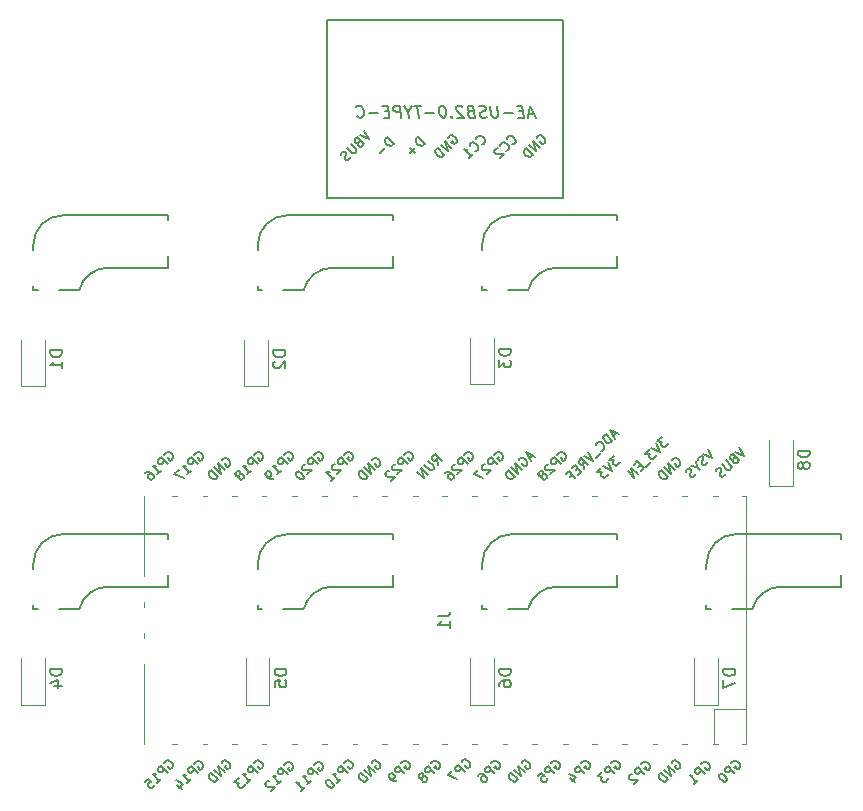
<source format=gbr>
%TF.GenerationSoftware,KiCad,Pcbnew,(6.0.0)*%
%TF.CreationDate,2022-01-03T17:45:39+09:00*%
%TF.ProjectId,MACRO-PAD,4d414352-4f2d-4504-9144-2e6b69636164,v0.2*%
%TF.SameCoordinates,Original*%
%TF.FileFunction,Legend,Bot*%
%TF.FilePolarity,Positive*%
%FSLAX46Y46*%
G04 Gerber Fmt 4.6, Leading zero omitted, Abs format (unit mm)*
G04 Created by KiCad (PCBNEW (6.0.0)) date 2022-01-03 17:45:39*
%MOMM*%
%LPD*%
G01*
G04 APERTURE LIST*
%ADD10C,0.150000*%
%ADD11C,0.200000*%
%ADD12C,0.120000*%
G04 APERTURE END LIST*
D10*
X134279154Y-72024906D02*
X134333028Y-72024906D01*
X134440778Y-71971032D01*
X134494653Y-71917157D01*
X134548528Y-71809407D01*
X134548528Y-71701658D01*
X134521590Y-71620845D01*
X134440778Y-71486158D01*
X134359966Y-71405346D01*
X134225279Y-71324534D01*
X134144467Y-71297597D01*
X134036717Y-71297597D01*
X133928967Y-71351471D01*
X133875093Y-71405346D01*
X133821218Y-71513096D01*
X133821218Y-71566971D01*
X133713468Y-72590592D02*
X133767343Y-72590592D01*
X133875093Y-72536717D01*
X133928967Y-72482842D01*
X133982842Y-72375093D01*
X133982842Y-72267343D01*
X133955905Y-72186531D01*
X133875093Y-72051844D01*
X133794280Y-71971032D01*
X133659593Y-71890219D01*
X133578781Y-71863282D01*
X133471032Y-71863282D01*
X133363282Y-71917157D01*
X133309407Y-71971032D01*
X133255532Y-72078781D01*
X133255532Y-72132656D01*
X133040033Y-72348155D02*
X132986158Y-72348155D01*
X132905346Y-72375093D01*
X132770659Y-72509780D01*
X132743722Y-72590592D01*
X132743722Y-72644467D01*
X132770659Y-72725279D01*
X132824534Y-72779154D01*
X132932284Y-72833028D01*
X133578781Y-72833028D01*
X133228595Y-73183215D01*
X131679154Y-72024906D02*
X131733028Y-72024906D01*
X131840778Y-71971032D01*
X131894653Y-71917157D01*
X131948528Y-71809407D01*
X131948528Y-71701658D01*
X131921590Y-71620845D01*
X131840778Y-71486158D01*
X131759966Y-71405346D01*
X131625279Y-71324534D01*
X131544467Y-71297597D01*
X131436717Y-71297597D01*
X131328967Y-71351471D01*
X131275093Y-71405346D01*
X131221218Y-71513096D01*
X131221218Y-71566971D01*
X131113468Y-72590592D02*
X131167343Y-72590592D01*
X131275093Y-72536717D01*
X131328967Y-72482842D01*
X131382842Y-72375093D01*
X131382842Y-72267343D01*
X131355905Y-72186531D01*
X131275093Y-72051844D01*
X131194280Y-71971032D01*
X131059593Y-71890219D01*
X130978781Y-71863282D01*
X130871032Y-71863282D01*
X130763282Y-71917157D01*
X130709407Y-71971032D01*
X130655532Y-72078781D01*
X130655532Y-72132656D01*
X130628595Y-73183215D02*
X130951844Y-72859966D01*
X130790219Y-73021590D02*
X130224534Y-72455905D01*
X130359221Y-72482842D01*
X130466971Y-72482842D01*
X130547783Y-72455905D01*
X126854247Y-71957563D02*
X126288561Y-71391877D01*
X126153874Y-71526564D01*
X126100000Y-71634314D01*
X126100000Y-71742064D01*
X126126937Y-71822876D01*
X126207749Y-71957563D01*
X126288561Y-72038375D01*
X126423248Y-72119187D01*
X126504061Y-72146125D01*
X126611810Y-72146125D01*
X126719560Y-72092250D01*
X126854247Y-71957563D01*
X126073062Y-72307749D02*
X125642064Y-72738748D01*
X126073062Y-72738748D02*
X125642064Y-72307749D01*
X124254247Y-71957563D02*
X123688561Y-71391877D01*
X123553874Y-71526564D01*
X123500000Y-71634314D01*
X123500000Y-71742064D01*
X123526937Y-71822876D01*
X123607749Y-71957563D01*
X123688561Y-72038375D01*
X123823248Y-72119187D01*
X123904061Y-72146125D01*
X124011810Y-72146125D01*
X124119560Y-72092250D01*
X124254247Y-71957563D01*
X123473062Y-72307749D02*
X123042064Y-72738748D01*
X136348155Y-71486158D02*
X136375093Y-71405346D01*
X136455905Y-71324534D01*
X136563654Y-71270659D01*
X136671404Y-71270659D01*
X136752216Y-71297597D01*
X136886903Y-71378409D01*
X136967715Y-71459221D01*
X137048528Y-71593908D01*
X137075465Y-71674720D01*
X137075465Y-71782470D01*
X137021590Y-71890219D01*
X136967715Y-71944094D01*
X136859966Y-71997969D01*
X136806091Y-71997969D01*
X136617529Y-71809407D01*
X136725279Y-71701658D01*
X136617529Y-72294280D02*
X136051844Y-71728595D01*
X136294280Y-72617529D01*
X135728595Y-72051844D01*
X136024906Y-72886903D02*
X135459221Y-72321218D01*
X135324534Y-72455905D01*
X135270659Y-72563654D01*
X135270659Y-72671404D01*
X135297597Y-72752216D01*
X135378409Y-72886903D01*
X135459221Y-72967715D01*
X135593908Y-73048528D01*
X135674720Y-73075465D01*
X135782470Y-73075465D01*
X135890219Y-73021590D01*
X136024906Y-72886903D01*
X128848155Y-71486158D02*
X128875093Y-71405346D01*
X128955905Y-71324534D01*
X129063654Y-71270659D01*
X129171404Y-71270659D01*
X129252216Y-71297597D01*
X129386903Y-71378409D01*
X129467715Y-71459221D01*
X129548528Y-71593908D01*
X129575465Y-71674720D01*
X129575465Y-71782470D01*
X129521590Y-71890219D01*
X129467715Y-71944094D01*
X129359966Y-71997969D01*
X129306091Y-71997969D01*
X129117529Y-71809407D01*
X129225279Y-71701658D01*
X129117529Y-72294280D02*
X128551844Y-71728595D01*
X128794280Y-72617529D01*
X128228595Y-72051844D01*
X128524906Y-72886903D02*
X127959221Y-72321218D01*
X127824534Y-72455905D01*
X127770659Y-72563654D01*
X127770659Y-72671404D01*
X127797597Y-72752216D01*
X127878409Y-72886903D01*
X127959221Y-72967715D01*
X128093908Y-73048528D01*
X128174720Y-73075465D01*
X128282470Y-73075465D01*
X128390219Y-73021590D01*
X128524906Y-72886903D01*
X121727309Y-70853129D02*
X122104433Y-71607377D01*
X121350186Y-71230253D01*
X121242436Y-71876751D02*
X121188561Y-71984500D01*
X121188561Y-72038375D01*
X121215499Y-72119187D01*
X121296311Y-72200000D01*
X121377123Y-72226937D01*
X121430998Y-72226937D01*
X121511810Y-72200000D01*
X121727309Y-71984500D01*
X121161624Y-71418815D01*
X120973062Y-71607377D01*
X120946125Y-71688189D01*
X120946125Y-71742064D01*
X120973062Y-71822876D01*
X121026937Y-71876751D01*
X121107749Y-71903688D01*
X121161624Y-71903688D01*
X121242436Y-71876751D01*
X121430998Y-71688189D01*
X120595938Y-71984500D02*
X121053874Y-72442436D01*
X121080812Y-72523248D01*
X121080812Y-72577123D01*
X121053874Y-72657935D01*
X120946125Y-72765685D01*
X120865312Y-72792622D01*
X120811438Y-72792622D01*
X120730625Y-72765685D01*
X120272690Y-72307749D01*
X120569001Y-73088934D02*
X120515126Y-73196683D01*
X120380439Y-73331370D01*
X120299627Y-73358308D01*
X120245752Y-73358308D01*
X120164940Y-73331370D01*
X120111065Y-73277496D01*
X120084128Y-73196683D01*
X120084128Y-73142809D01*
X120111065Y-73061996D01*
X120191877Y-72927309D01*
X120218815Y-72846497D01*
X120218815Y-72792622D01*
X120191877Y-72711810D01*
X120138003Y-72657935D01*
X120057190Y-72630998D01*
X120003316Y-72630998D01*
X119922503Y-72657935D01*
X119787816Y-72792622D01*
X119733942Y-72900372D01*
%TO.C,U9*%
X136118958Y-69469466D02*
X135642767Y-69469466D01*
X136249910Y-69755180D02*
X135791577Y-68755180D01*
X135583244Y-69755180D01*
X135184434Y-69231371D02*
X134851101Y-69231371D01*
X134773720Y-69755180D02*
X135249910Y-69755180D01*
X135124910Y-68755180D01*
X134648720Y-68755180D01*
X134297529Y-69374228D02*
X133535625Y-69374228D01*
X132982053Y-68755180D02*
X133083244Y-69564704D01*
X133047529Y-69659942D01*
X133005863Y-69707561D01*
X132916577Y-69755180D01*
X132726101Y-69755180D01*
X132624910Y-69707561D01*
X132571339Y-69659942D01*
X132511815Y-69564704D01*
X132410625Y-68755180D01*
X132101101Y-69707561D02*
X131964196Y-69755180D01*
X131726101Y-69755180D01*
X131624910Y-69707561D01*
X131571339Y-69659942D01*
X131511815Y-69564704D01*
X131499910Y-69469466D01*
X131535625Y-69374228D01*
X131577291Y-69326609D01*
X131666577Y-69278990D01*
X131851101Y-69231371D01*
X131940386Y-69183752D01*
X131982053Y-69136133D01*
X132017767Y-69040895D01*
X132005863Y-68945657D01*
X131946339Y-68850419D01*
X131892767Y-68802800D01*
X131791577Y-68755180D01*
X131553482Y-68755180D01*
X131416577Y-68802800D01*
X130708244Y-69231371D02*
X130571339Y-69278990D01*
X130529672Y-69326609D01*
X130493958Y-69421847D01*
X130511815Y-69564704D01*
X130571339Y-69659942D01*
X130624910Y-69707561D01*
X130726101Y-69755180D01*
X131107053Y-69755180D01*
X130982053Y-68755180D01*
X130648720Y-68755180D01*
X130559434Y-68802800D01*
X130517767Y-68850419D01*
X130482053Y-68945657D01*
X130493958Y-69040895D01*
X130553482Y-69136133D01*
X130607053Y-69183752D01*
X130708244Y-69231371D01*
X131041577Y-69231371D01*
X130041577Y-68850419D02*
X129988005Y-68802800D01*
X129886815Y-68755180D01*
X129648720Y-68755180D01*
X129559434Y-68802800D01*
X129517767Y-68850419D01*
X129482053Y-68945657D01*
X129493958Y-69040895D01*
X129559434Y-69183752D01*
X130202291Y-69755180D01*
X129583244Y-69755180D01*
X129142767Y-69659942D02*
X129101101Y-69707561D01*
X129154672Y-69755180D01*
X129196339Y-69707561D01*
X129142767Y-69659942D01*
X129154672Y-69755180D01*
X128363005Y-68755180D02*
X128267767Y-68755180D01*
X128178482Y-68802800D01*
X128136815Y-68850419D01*
X128101101Y-68945657D01*
X128077291Y-69136133D01*
X128107053Y-69374228D01*
X128178482Y-69564704D01*
X128238005Y-69659942D01*
X128291577Y-69707561D01*
X128392767Y-69755180D01*
X128488005Y-69755180D01*
X128577291Y-69707561D01*
X128618958Y-69659942D01*
X128654672Y-69564704D01*
X128678482Y-69374228D01*
X128648720Y-69136133D01*
X128577291Y-68945657D01*
X128517767Y-68850419D01*
X128464196Y-68802800D01*
X128363005Y-68755180D01*
X127678482Y-69374228D02*
X126916577Y-69374228D01*
X126505863Y-68755180D02*
X125934434Y-68755180D01*
X126345148Y-69755180D02*
X126220148Y-68755180D01*
X125476101Y-69278990D02*
X125535625Y-69755180D01*
X125743958Y-68755180D02*
X125476101Y-69278990D01*
X125077291Y-68755180D01*
X124868958Y-69755180D02*
X124743958Y-68755180D01*
X124363005Y-68755180D01*
X124273720Y-68802800D01*
X124232053Y-68850419D01*
X124196339Y-68945657D01*
X124214196Y-69088514D01*
X124273720Y-69183752D01*
X124327291Y-69231371D01*
X124428482Y-69278990D01*
X124809434Y-69278990D01*
X123803482Y-69231371D02*
X123470148Y-69231371D01*
X123392767Y-69755180D02*
X123868958Y-69755180D01*
X123743958Y-68755180D01*
X123267767Y-68755180D01*
X122916577Y-69374228D02*
X122154672Y-69374228D01*
X121142767Y-69659942D02*
X121196339Y-69707561D01*
X121345148Y-69755180D01*
X121440386Y-69755180D01*
X121577291Y-69707561D01*
X121660625Y-69612323D01*
X121696339Y-69517085D01*
X121720148Y-69326609D01*
X121702291Y-69183752D01*
X121630863Y-68993276D01*
X121571339Y-68898038D01*
X121464196Y-68802800D01*
X121315386Y-68755180D01*
X121220148Y-68755180D01*
X121083244Y-68802800D01*
X121041577Y-68850419D01*
%TO.C,D3*%
X134152380Y-89361904D02*
X133152380Y-89361904D01*
X133152380Y-89600000D01*
X133200000Y-89742857D01*
X133295238Y-89838095D01*
X133390476Y-89885714D01*
X133580952Y-89933333D01*
X133723809Y-89933333D01*
X133914285Y-89885714D01*
X134009523Y-89838095D01*
X134104761Y-89742857D01*
X134152380Y-89600000D01*
X134152380Y-89361904D01*
X133152380Y-90266666D02*
X133152380Y-90885714D01*
X133533333Y-90552380D01*
X133533333Y-90695238D01*
X133580952Y-90790476D01*
X133628571Y-90838095D01*
X133723809Y-90885714D01*
X133961904Y-90885714D01*
X134057142Y-90838095D01*
X134104761Y-90790476D01*
X134152380Y-90695238D01*
X134152380Y-90409523D01*
X134104761Y-90314285D01*
X134057142Y-90266666D01*
%TO.C,D6*%
X134152380Y-116461904D02*
X133152380Y-116461904D01*
X133152380Y-116700000D01*
X133200000Y-116842857D01*
X133295238Y-116938095D01*
X133390476Y-116985714D01*
X133580952Y-117033333D01*
X133723809Y-117033333D01*
X133914285Y-116985714D01*
X134009523Y-116938095D01*
X134104761Y-116842857D01*
X134152380Y-116700000D01*
X134152380Y-116461904D01*
X133152380Y-117890476D02*
X133152380Y-117700000D01*
X133200000Y-117604761D01*
X133247619Y-117557142D01*
X133390476Y-117461904D01*
X133580952Y-117414285D01*
X133961904Y-117414285D01*
X134057142Y-117461904D01*
X134104761Y-117509523D01*
X134152380Y-117604761D01*
X134152380Y-117795238D01*
X134104761Y-117890476D01*
X134057142Y-117938095D01*
X133961904Y-117985714D01*
X133723809Y-117985714D01*
X133628571Y-117938095D01*
X133580952Y-117890476D01*
X133533333Y-117795238D01*
X133533333Y-117604761D01*
X133580952Y-117509523D01*
X133628571Y-117461904D01*
X133723809Y-117414285D01*
%TO.C,D7*%
X153152380Y-116461904D02*
X152152380Y-116461904D01*
X152152380Y-116700000D01*
X152200000Y-116842857D01*
X152295238Y-116938095D01*
X152390476Y-116985714D01*
X152580952Y-117033333D01*
X152723809Y-117033333D01*
X152914285Y-116985714D01*
X153009523Y-116938095D01*
X153104761Y-116842857D01*
X153152380Y-116700000D01*
X153152380Y-116461904D01*
X152152380Y-117366666D02*
X152152380Y-118033333D01*
X153152380Y-117604761D01*
%TO.C,D2*%
X115052380Y-89461904D02*
X114052380Y-89461904D01*
X114052380Y-89700000D01*
X114100000Y-89842857D01*
X114195238Y-89938095D01*
X114290476Y-89985714D01*
X114480952Y-90033333D01*
X114623809Y-90033333D01*
X114814285Y-89985714D01*
X114909523Y-89938095D01*
X115004761Y-89842857D01*
X115052380Y-89700000D01*
X115052380Y-89461904D01*
X114147619Y-90414285D02*
X114100000Y-90461904D01*
X114052380Y-90557142D01*
X114052380Y-90795238D01*
X114100000Y-90890476D01*
X114147619Y-90938095D01*
X114242857Y-90985714D01*
X114338095Y-90985714D01*
X114480952Y-90938095D01*
X115052380Y-90366666D01*
X115052380Y-90985714D01*
%TO.C,D1*%
X96152380Y-89461904D02*
X95152380Y-89461904D01*
X95152380Y-89700000D01*
X95200000Y-89842857D01*
X95295238Y-89938095D01*
X95390476Y-89985714D01*
X95580952Y-90033333D01*
X95723809Y-90033333D01*
X95914285Y-89985714D01*
X96009523Y-89938095D01*
X96104761Y-89842857D01*
X96152380Y-89700000D01*
X96152380Y-89461904D01*
X96152380Y-90985714D02*
X96152380Y-90414285D01*
X96152380Y-90700000D02*
X95152380Y-90700000D01*
X95295238Y-90604761D01*
X95390476Y-90509523D01*
X95438095Y-90414285D01*
%TO.C,J1*%
X128012380Y-111969466D02*
X128726666Y-111969466D01*
X128869523Y-111921847D01*
X128964761Y-111826609D01*
X129012380Y-111683752D01*
X129012380Y-111588514D01*
X129012380Y-112969466D02*
X129012380Y-112398038D01*
X129012380Y-112683752D02*
X128012380Y-112683752D01*
X128155238Y-112588514D01*
X128250476Y-112493276D01*
X128298095Y-112398038D01*
X150281218Y-124515896D02*
X150308155Y-124435084D01*
X150388967Y-124354271D01*
X150496717Y-124300397D01*
X150604467Y-124300397D01*
X150685279Y-124327334D01*
X150819966Y-124408146D01*
X150900778Y-124488958D01*
X150981590Y-124623645D01*
X151008528Y-124704458D01*
X151008528Y-124812207D01*
X150954653Y-124919957D01*
X150900778Y-124973832D01*
X150793028Y-125027706D01*
X150739154Y-125027706D01*
X150550592Y-124839145D01*
X150658341Y-124731395D01*
X150550592Y-125324018D02*
X149984906Y-124758332D01*
X149769407Y-124973832D01*
X149742470Y-125054644D01*
X149742470Y-125108519D01*
X149769407Y-125189331D01*
X149850219Y-125270143D01*
X149931032Y-125297080D01*
X149984906Y-125297080D01*
X150065719Y-125270143D01*
X150281218Y-125054644D01*
X149688595Y-126186015D02*
X150011844Y-125862766D01*
X149850219Y-126024390D02*
X149284534Y-125458705D01*
X149419221Y-125485642D01*
X149526971Y-125485642D01*
X149607783Y-125458705D01*
X145191218Y-124515896D02*
X145218155Y-124435084D01*
X145298967Y-124354271D01*
X145406717Y-124300397D01*
X145514467Y-124300397D01*
X145595279Y-124327334D01*
X145729966Y-124408146D01*
X145810778Y-124488958D01*
X145891590Y-124623645D01*
X145918528Y-124704458D01*
X145918528Y-124812207D01*
X145864653Y-124919957D01*
X145810778Y-124973832D01*
X145703028Y-125027706D01*
X145649154Y-125027706D01*
X145460592Y-124839145D01*
X145568341Y-124731395D01*
X145460592Y-125324018D02*
X144894906Y-124758332D01*
X144679407Y-124973832D01*
X144652470Y-125054644D01*
X144652470Y-125108519D01*
X144679407Y-125189331D01*
X144760219Y-125270143D01*
X144841032Y-125297080D01*
X144894906Y-125297080D01*
X144975719Y-125270143D01*
X145191218Y-125054644D01*
X144410033Y-125350955D02*
X144356158Y-125350955D01*
X144275346Y-125377893D01*
X144140659Y-125512580D01*
X144113722Y-125593392D01*
X144113722Y-125647267D01*
X144140659Y-125728079D01*
X144194534Y-125781954D01*
X144302284Y-125835828D01*
X144948781Y-125835828D01*
X144598595Y-126186015D01*
X152811218Y-124415896D02*
X152838155Y-124335084D01*
X152918967Y-124254271D01*
X153026717Y-124200397D01*
X153134467Y-124200397D01*
X153215279Y-124227334D01*
X153349966Y-124308146D01*
X153430778Y-124388958D01*
X153511590Y-124523645D01*
X153538528Y-124604458D01*
X153538528Y-124712207D01*
X153484653Y-124819957D01*
X153430778Y-124873832D01*
X153323028Y-124927706D01*
X153269154Y-124927706D01*
X153080592Y-124739145D01*
X153188341Y-124631395D01*
X153080592Y-125224018D02*
X152514906Y-124658332D01*
X152299407Y-124873832D01*
X152272470Y-124954644D01*
X152272470Y-125008519D01*
X152299407Y-125089331D01*
X152380219Y-125170143D01*
X152461032Y-125197080D01*
X152514906Y-125197080D01*
X152595719Y-125170143D01*
X152811218Y-124954644D01*
X151841471Y-125331767D02*
X151787597Y-125385642D01*
X151760659Y-125466454D01*
X151760659Y-125520329D01*
X151787597Y-125601141D01*
X151868409Y-125735828D01*
X152003096Y-125870515D01*
X152137783Y-125951328D01*
X152218595Y-125978265D01*
X152272470Y-125978265D01*
X152353282Y-125951328D01*
X152407157Y-125897453D01*
X152434094Y-125816641D01*
X152434094Y-125762766D01*
X152407157Y-125681954D01*
X152326345Y-125547267D01*
X152191658Y-125412580D01*
X152056971Y-125331767D01*
X151976158Y-125304830D01*
X151922284Y-125304830D01*
X151841471Y-125331767D01*
X142651218Y-124415896D02*
X142678155Y-124335084D01*
X142758967Y-124254271D01*
X142866717Y-124200397D01*
X142974467Y-124200397D01*
X143055279Y-124227334D01*
X143189966Y-124308146D01*
X143270778Y-124388958D01*
X143351590Y-124523645D01*
X143378528Y-124604458D01*
X143378528Y-124712207D01*
X143324653Y-124819957D01*
X143270778Y-124873832D01*
X143163028Y-124927706D01*
X143109154Y-124927706D01*
X142920592Y-124739145D01*
X143028341Y-124631395D01*
X142920592Y-125224018D02*
X142354906Y-124658332D01*
X142139407Y-124873832D01*
X142112470Y-124954644D01*
X142112470Y-125008519D01*
X142139407Y-125089331D01*
X142220219Y-125170143D01*
X142301032Y-125197080D01*
X142354906Y-125197080D01*
X142435719Y-125170143D01*
X142651218Y-124954644D01*
X141843096Y-125170143D02*
X141492910Y-125520329D01*
X141896971Y-125547267D01*
X141816158Y-125628079D01*
X141789221Y-125708891D01*
X141789221Y-125762766D01*
X141816158Y-125843578D01*
X141950845Y-125978265D01*
X142031658Y-126005202D01*
X142085532Y-126005202D01*
X142166345Y-125978265D01*
X142327969Y-125816641D01*
X142354906Y-125735828D01*
X142354906Y-125681954D01*
X140111218Y-124415896D02*
X140138155Y-124335084D01*
X140218967Y-124254271D01*
X140326717Y-124200397D01*
X140434467Y-124200397D01*
X140515279Y-124227334D01*
X140649966Y-124308146D01*
X140730778Y-124388958D01*
X140811590Y-124523645D01*
X140838528Y-124604458D01*
X140838528Y-124712207D01*
X140784653Y-124819957D01*
X140730778Y-124873832D01*
X140623028Y-124927706D01*
X140569154Y-124927706D01*
X140380592Y-124739145D01*
X140488341Y-124631395D01*
X140380592Y-125224018D02*
X139814906Y-124658332D01*
X139599407Y-124873832D01*
X139572470Y-124954644D01*
X139572470Y-125008519D01*
X139599407Y-125089331D01*
X139680219Y-125170143D01*
X139761032Y-125197080D01*
X139814906Y-125197080D01*
X139895719Y-125170143D01*
X140111218Y-124954644D01*
X139195346Y-125655016D02*
X139572470Y-126032140D01*
X139114534Y-125304830D02*
X139653282Y-125574204D01*
X139303096Y-125924390D01*
X137571218Y-124415896D02*
X137598155Y-124335084D01*
X137678967Y-124254271D01*
X137786717Y-124200397D01*
X137894467Y-124200397D01*
X137975279Y-124227334D01*
X138109966Y-124308146D01*
X138190778Y-124388958D01*
X138271590Y-124523645D01*
X138298528Y-124604458D01*
X138298528Y-124712207D01*
X138244653Y-124819957D01*
X138190778Y-124873832D01*
X138083028Y-124927706D01*
X138029154Y-124927706D01*
X137840592Y-124739145D01*
X137948341Y-124631395D01*
X137840592Y-125224018D02*
X137274906Y-124658332D01*
X137059407Y-124873832D01*
X137032470Y-124954644D01*
X137032470Y-125008519D01*
X137059407Y-125089331D01*
X137140219Y-125170143D01*
X137221032Y-125197080D01*
X137274906Y-125197080D01*
X137355719Y-125170143D01*
X137571218Y-124954644D01*
X136439847Y-125493392D02*
X136709221Y-125224018D01*
X137005532Y-125466454D01*
X136951658Y-125466454D01*
X136870845Y-125493392D01*
X136736158Y-125628079D01*
X136709221Y-125708891D01*
X136709221Y-125762766D01*
X136736158Y-125843578D01*
X136870845Y-125978265D01*
X136951658Y-126005202D01*
X137005532Y-126005202D01*
X137086345Y-125978265D01*
X137221032Y-125843578D01*
X137247969Y-125762766D01*
X137247969Y-125708891D01*
X132491218Y-124415896D02*
X132518155Y-124335084D01*
X132598967Y-124254271D01*
X132706717Y-124200397D01*
X132814467Y-124200397D01*
X132895279Y-124227334D01*
X133029966Y-124308146D01*
X133110778Y-124388958D01*
X133191590Y-124523645D01*
X133218528Y-124604458D01*
X133218528Y-124712207D01*
X133164653Y-124819957D01*
X133110778Y-124873832D01*
X133003028Y-124927706D01*
X132949154Y-124927706D01*
X132760592Y-124739145D01*
X132868341Y-124631395D01*
X132760592Y-125224018D02*
X132194906Y-124658332D01*
X131979407Y-124873832D01*
X131952470Y-124954644D01*
X131952470Y-125008519D01*
X131979407Y-125089331D01*
X132060219Y-125170143D01*
X132141032Y-125197080D01*
X132194906Y-125197080D01*
X132275719Y-125170143D01*
X132491218Y-124954644D01*
X131386784Y-125466454D02*
X131494534Y-125358705D01*
X131575346Y-125331767D01*
X131629221Y-125331767D01*
X131763908Y-125358705D01*
X131898595Y-125439517D01*
X132114094Y-125655016D01*
X132141032Y-125735828D01*
X132141032Y-125789703D01*
X132114094Y-125870515D01*
X132006345Y-125978265D01*
X131925532Y-126005202D01*
X131871658Y-126005202D01*
X131790845Y-125978265D01*
X131656158Y-125843578D01*
X131629221Y-125762766D01*
X131629221Y-125708891D01*
X131656158Y-125628079D01*
X131763908Y-125520329D01*
X131844720Y-125493392D01*
X131898595Y-125493392D01*
X131979407Y-125520329D01*
X129981218Y-124315896D02*
X130008155Y-124235084D01*
X130088967Y-124154271D01*
X130196717Y-124100397D01*
X130304467Y-124100397D01*
X130385279Y-124127334D01*
X130519966Y-124208146D01*
X130600778Y-124288958D01*
X130681590Y-124423645D01*
X130708528Y-124504458D01*
X130708528Y-124612207D01*
X130654653Y-124719957D01*
X130600778Y-124773832D01*
X130493028Y-124827706D01*
X130439154Y-124827706D01*
X130250592Y-124639145D01*
X130358341Y-124531395D01*
X130250592Y-125124018D02*
X129684906Y-124558332D01*
X129469407Y-124773832D01*
X129442470Y-124854644D01*
X129442470Y-124908519D01*
X129469407Y-124989331D01*
X129550219Y-125070143D01*
X129631032Y-125097080D01*
X129684906Y-125097080D01*
X129765719Y-125070143D01*
X129981218Y-124854644D01*
X129173096Y-125070143D02*
X128795972Y-125447267D01*
X129604094Y-125770515D01*
X127411218Y-124415896D02*
X127438155Y-124335084D01*
X127518967Y-124254271D01*
X127626717Y-124200397D01*
X127734467Y-124200397D01*
X127815279Y-124227334D01*
X127949966Y-124308146D01*
X128030778Y-124388958D01*
X128111590Y-124523645D01*
X128138528Y-124604458D01*
X128138528Y-124712207D01*
X128084653Y-124819957D01*
X128030778Y-124873832D01*
X127923028Y-124927706D01*
X127869154Y-124927706D01*
X127680592Y-124739145D01*
X127788341Y-124631395D01*
X127680592Y-125224018D02*
X127114906Y-124658332D01*
X126899407Y-124873832D01*
X126872470Y-124954644D01*
X126872470Y-125008519D01*
X126899407Y-125089331D01*
X126980219Y-125170143D01*
X127061032Y-125197080D01*
X127114906Y-125197080D01*
X127195719Y-125170143D01*
X127411218Y-124954644D01*
X126710845Y-125547267D02*
X126737783Y-125466454D01*
X126737783Y-125412580D01*
X126710845Y-125331767D01*
X126683908Y-125304830D01*
X126603096Y-125277893D01*
X126549221Y-125277893D01*
X126468409Y-125304830D01*
X126360659Y-125412580D01*
X126333722Y-125493392D01*
X126333722Y-125547267D01*
X126360659Y-125628079D01*
X126387597Y-125655016D01*
X126468409Y-125681954D01*
X126522284Y-125681954D01*
X126603096Y-125655016D01*
X126710845Y-125547267D01*
X126791658Y-125520329D01*
X126845532Y-125520329D01*
X126926345Y-125547267D01*
X127034094Y-125655016D01*
X127061032Y-125735828D01*
X127061032Y-125789703D01*
X127034094Y-125870515D01*
X126926345Y-125978265D01*
X126845532Y-126005202D01*
X126791658Y-126005202D01*
X126710845Y-125978265D01*
X126603096Y-125870515D01*
X126576158Y-125789703D01*
X126576158Y-125735828D01*
X126603096Y-125655016D01*
X124871218Y-124415896D02*
X124898155Y-124335084D01*
X124978967Y-124254271D01*
X125086717Y-124200397D01*
X125194467Y-124200397D01*
X125275279Y-124227334D01*
X125409966Y-124308146D01*
X125490778Y-124388958D01*
X125571590Y-124523645D01*
X125598528Y-124604458D01*
X125598528Y-124712207D01*
X125544653Y-124819957D01*
X125490778Y-124873832D01*
X125383028Y-124927706D01*
X125329154Y-124927706D01*
X125140592Y-124739145D01*
X125248341Y-124631395D01*
X125140592Y-125224018D02*
X124574906Y-124658332D01*
X124359407Y-124873832D01*
X124332470Y-124954644D01*
X124332470Y-125008519D01*
X124359407Y-125089331D01*
X124440219Y-125170143D01*
X124521032Y-125197080D01*
X124574906Y-125197080D01*
X124655719Y-125170143D01*
X124871218Y-124954644D01*
X124547969Y-125816641D02*
X124440219Y-125924390D01*
X124359407Y-125951328D01*
X124305532Y-125951328D01*
X124170845Y-125924390D01*
X124036158Y-125843578D01*
X123820659Y-125628079D01*
X123793722Y-125547267D01*
X123793722Y-125493392D01*
X123820659Y-125412580D01*
X123928409Y-125304830D01*
X124009221Y-125277893D01*
X124063096Y-125277893D01*
X124143908Y-125304830D01*
X124278595Y-125439517D01*
X124305532Y-125520329D01*
X124305532Y-125574204D01*
X124278595Y-125655016D01*
X124170845Y-125762766D01*
X124090033Y-125789703D01*
X124036158Y-125789703D01*
X123955346Y-125762766D01*
X120060592Y-124400522D02*
X120087529Y-124319710D01*
X120168341Y-124238897D01*
X120276091Y-124185023D01*
X120383841Y-124185023D01*
X120464653Y-124211960D01*
X120599340Y-124292772D01*
X120680152Y-124373584D01*
X120760964Y-124508271D01*
X120787902Y-124589084D01*
X120787902Y-124696833D01*
X120734027Y-124804583D01*
X120680152Y-124858458D01*
X120572402Y-124912332D01*
X120518528Y-124912332D01*
X120329966Y-124723771D01*
X120437715Y-124616021D01*
X120329966Y-125208644D02*
X119764280Y-124642958D01*
X119548781Y-124858458D01*
X119521844Y-124939270D01*
X119521844Y-124993145D01*
X119548781Y-125073957D01*
X119629593Y-125154769D01*
X119710406Y-125181706D01*
X119764280Y-125181706D01*
X119845093Y-125154769D01*
X120060592Y-124939270D01*
X119467969Y-126070641D02*
X119791218Y-125747392D01*
X119629593Y-125909016D02*
X119063908Y-125343331D01*
X119198595Y-125370268D01*
X119306345Y-125370268D01*
X119387157Y-125343331D01*
X118552097Y-125855141D02*
X118498223Y-125909016D01*
X118471285Y-125989828D01*
X118471285Y-126043703D01*
X118498223Y-126124515D01*
X118579035Y-126259202D01*
X118713722Y-126393889D01*
X118848409Y-126474702D01*
X118929221Y-126501639D01*
X118983096Y-126501639D01*
X119063908Y-126474702D01*
X119117783Y-126420827D01*
X119144720Y-126340015D01*
X119144720Y-126286140D01*
X119117783Y-126205328D01*
X119036971Y-126070641D01*
X118902284Y-125935954D01*
X118767597Y-125855141D01*
X118686784Y-125828204D01*
X118632910Y-125828204D01*
X118552097Y-125855141D01*
X117520592Y-124546522D02*
X117547529Y-124465710D01*
X117628341Y-124384897D01*
X117736091Y-124331023D01*
X117843841Y-124331023D01*
X117924653Y-124357960D01*
X118059340Y-124438772D01*
X118140152Y-124519584D01*
X118220964Y-124654271D01*
X118247902Y-124735084D01*
X118247902Y-124842833D01*
X118194027Y-124950583D01*
X118140152Y-125004458D01*
X118032402Y-125058332D01*
X117978528Y-125058332D01*
X117789966Y-124869771D01*
X117897715Y-124762021D01*
X117789966Y-125354644D02*
X117224280Y-124788958D01*
X117008781Y-125004458D01*
X116981844Y-125085270D01*
X116981844Y-125139145D01*
X117008781Y-125219957D01*
X117089593Y-125300769D01*
X117170406Y-125327706D01*
X117224280Y-125327706D01*
X117305093Y-125300769D01*
X117520592Y-125085270D01*
X116927969Y-126216641D02*
X117251218Y-125893392D01*
X117089593Y-126055016D02*
X116523908Y-125489331D01*
X116658595Y-125516268D01*
X116766345Y-125516268D01*
X116847157Y-125489331D01*
X116389221Y-126755389D02*
X116712470Y-126432140D01*
X116550845Y-126593764D02*
X115985160Y-126028079D01*
X116119847Y-126055016D01*
X116227597Y-126055016D01*
X116308409Y-126028079D01*
X114980592Y-124546522D02*
X115007529Y-124465710D01*
X115088341Y-124384897D01*
X115196091Y-124331023D01*
X115303841Y-124331023D01*
X115384653Y-124357960D01*
X115519340Y-124438772D01*
X115600152Y-124519584D01*
X115680964Y-124654271D01*
X115707902Y-124735084D01*
X115707902Y-124842833D01*
X115654027Y-124950583D01*
X115600152Y-125004458D01*
X115492402Y-125058332D01*
X115438528Y-125058332D01*
X115249966Y-124869771D01*
X115357715Y-124762021D01*
X115249966Y-125354644D02*
X114684280Y-124788958D01*
X114468781Y-125004458D01*
X114441844Y-125085270D01*
X114441844Y-125139145D01*
X114468781Y-125219957D01*
X114549593Y-125300769D01*
X114630406Y-125327706D01*
X114684280Y-125327706D01*
X114765093Y-125300769D01*
X114980592Y-125085270D01*
X114387969Y-126216641D02*
X114711218Y-125893392D01*
X114549593Y-126055016D02*
X113983908Y-125489331D01*
X114118595Y-125516268D01*
X114226345Y-125516268D01*
X114307157Y-125489331D01*
X113660659Y-125920329D02*
X113606784Y-125920329D01*
X113525972Y-125947267D01*
X113391285Y-126081954D01*
X113364348Y-126162766D01*
X113364348Y-126216641D01*
X113391285Y-126297453D01*
X113445160Y-126351328D01*
X113552910Y-126405202D01*
X114199407Y-126405202D01*
X113849221Y-126755389D01*
X112440592Y-124400522D02*
X112467529Y-124319710D01*
X112548341Y-124238897D01*
X112656091Y-124185023D01*
X112763841Y-124185023D01*
X112844653Y-124211960D01*
X112979340Y-124292772D01*
X113060152Y-124373584D01*
X113140964Y-124508271D01*
X113167902Y-124589084D01*
X113167902Y-124696833D01*
X113114027Y-124804583D01*
X113060152Y-124858458D01*
X112952402Y-124912332D01*
X112898528Y-124912332D01*
X112709966Y-124723771D01*
X112817715Y-124616021D01*
X112709966Y-125208644D02*
X112144280Y-124642958D01*
X111928781Y-124858458D01*
X111901844Y-124939270D01*
X111901844Y-124993145D01*
X111928781Y-125073957D01*
X112009593Y-125154769D01*
X112090406Y-125181706D01*
X112144280Y-125181706D01*
X112225093Y-125154769D01*
X112440592Y-124939270D01*
X111847969Y-126070641D02*
X112171218Y-125747392D01*
X112009593Y-125909016D02*
X111443908Y-125343331D01*
X111578595Y-125370268D01*
X111686345Y-125370268D01*
X111767157Y-125343331D01*
X111093722Y-125693517D02*
X110743536Y-126043703D01*
X111147597Y-126070641D01*
X111066784Y-126151453D01*
X111039847Y-126232265D01*
X111039847Y-126286140D01*
X111066784Y-126366952D01*
X111201471Y-126501639D01*
X111282284Y-126528576D01*
X111336158Y-126528576D01*
X111416971Y-126501639D01*
X111578595Y-126340015D01*
X111605532Y-126259202D01*
X111605532Y-126205328D01*
X107360592Y-124446522D02*
X107387529Y-124365710D01*
X107468341Y-124284897D01*
X107576091Y-124231023D01*
X107683841Y-124231023D01*
X107764653Y-124257960D01*
X107899340Y-124338772D01*
X107980152Y-124419584D01*
X108060964Y-124554271D01*
X108087902Y-124635084D01*
X108087902Y-124742833D01*
X108034027Y-124850583D01*
X107980152Y-124904458D01*
X107872402Y-124958332D01*
X107818528Y-124958332D01*
X107629966Y-124769771D01*
X107737715Y-124662021D01*
X107629966Y-125254644D02*
X107064280Y-124688958D01*
X106848781Y-124904458D01*
X106821844Y-124985270D01*
X106821844Y-125039145D01*
X106848781Y-125119957D01*
X106929593Y-125200769D01*
X107010406Y-125227706D01*
X107064280Y-125227706D01*
X107145093Y-125200769D01*
X107360592Y-124985270D01*
X106767969Y-126116641D02*
X107091218Y-125793392D01*
X106929593Y-125955016D02*
X106363908Y-125389331D01*
X106498595Y-125416268D01*
X106606345Y-125416268D01*
X106687157Y-125389331D01*
X105905972Y-126224390D02*
X106283096Y-126601514D01*
X105825160Y-125874204D02*
X106363908Y-126143578D01*
X106013722Y-126493764D01*
X104820592Y-124400522D02*
X104847529Y-124319710D01*
X104928341Y-124238897D01*
X105036091Y-124185023D01*
X105143841Y-124185023D01*
X105224653Y-124211960D01*
X105359340Y-124292772D01*
X105440152Y-124373584D01*
X105520964Y-124508271D01*
X105547902Y-124589084D01*
X105547902Y-124696833D01*
X105494027Y-124804583D01*
X105440152Y-124858458D01*
X105332402Y-124912332D01*
X105278528Y-124912332D01*
X105089966Y-124723771D01*
X105197715Y-124616021D01*
X105089966Y-125208644D02*
X104524280Y-124642958D01*
X104308781Y-124858458D01*
X104281844Y-124939270D01*
X104281844Y-124993145D01*
X104308781Y-125073957D01*
X104389593Y-125154769D01*
X104470406Y-125181706D01*
X104524280Y-125181706D01*
X104605093Y-125154769D01*
X104820592Y-124939270D01*
X104227969Y-126070641D02*
X104551218Y-125747392D01*
X104389593Y-125909016D02*
X103823908Y-125343331D01*
X103958595Y-125370268D01*
X104066345Y-125370268D01*
X104147157Y-125343331D01*
X103150473Y-126016766D02*
X103419847Y-125747392D01*
X103716158Y-125989828D01*
X103662284Y-125989828D01*
X103581471Y-126016766D01*
X103446784Y-126151453D01*
X103419847Y-126232265D01*
X103419847Y-126286140D01*
X103446784Y-126366952D01*
X103581471Y-126501639D01*
X103662284Y-126528576D01*
X103716158Y-126528576D01*
X103796971Y-126501639D01*
X103931658Y-126366952D01*
X103958595Y-126286140D01*
X103958595Y-126232265D01*
X104820592Y-98292522D02*
X104847529Y-98211710D01*
X104928341Y-98130897D01*
X105036091Y-98077023D01*
X105143841Y-98077023D01*
X105224653Y-98103960D01*
X105359340Y-98184772D01*
X105440152Y-98265584D01*
X105520964Y-98400271D01*
X105547902Y-98481084D01*
X105547902Y-98588833D01*
X105494027Y-98696583D01*
X105440152Y-98750458D01*
X105332402Y-98804332D01*
X105278528Y-98804332D01*
X105089966Y-98615771D01*
X105197715Y-98508021D01*
X105089966Y-99100644D02*
X104524280Y-98534958D01*
X104308781Y-98750458D01*
X104281844Y-98831270D01*
X104281844Y-98885145D01*
X104308781Y-98965957D01*
X104389593Y-99046769D01*
X104470406Y-99073706D01*
X104524280Y-99073706D01*
X104605093Y-99046769D01*
X104820592Y-98831270D01*
X104227969Y-99962641D02*
X104551218Y-99639392D01*
X104389593Y-99801016D02*
X103823908Y-99235331D01*
X103958595Y-99262268D01*
X104066345Y-99262268D01*
X104147157Y-99235331D01*
X103177410Y-99881828D02*
X103285160Y-99774079D01*
X103365972Y-99747141D01*
X103419847Y-99747141D01*
X103554534Y-99774079D01*
X103689221Y-99854891D01*
X103904720Y-100070390D01*
X103931658Y-100151202D01*
X103931658Y-100205077D01*
X103904720Y-100285889D01*
X103796971Y-100393639D01*
X103716158Y-100420576D01*
X103662284Y-100420576D01*
X103581471Y-100393639D01*
X103446784Y-100258952D01*
X103419847Y-100178140D01*
X103419847Y-100124265D01*
X103446784Y-100043453D01*
X103554534Y-99935703D01*
X103635346Y-99908766D01*
X103689221Y-99908766D01*
X103770033Y-99935703D01*
X107360592Y-98292522D02*
X107387529Y-98211710D01*
X107468341Y-98130897D01*
X107576091Y-98077023D01*
X107683841Y-98077023D01*
X107764653Y-98103960D01*
X107899340Y-98184772D01*
X107980152Y-98265584D01*
X108060964Y-98400271D01*
X108087902Y-98481084D01*
X108087902Y-98588833D01*
X108034027Y-98696583D01*
X107980152Y-98750458D01*
X107872402Y-98804332D01*
X107818528Y-98804332D01*
X107629966Y-98615771D01*
X107737715Y-98508021D01*
X107629966Y-99100644D02*
X107064280Y-98534958D01*
X106848781Y-98750458D01*
X106821844Y-98831270D01*
X106821844Y-98885145D01*
X106848781Y-98965957D01*
X106929593Y-99046769D01*
X107010406Y-99073706D01*
X107064280Y-99073706D01*
X107145093Y-99046769D01*
X107360592Y-98831270D01*
X106767969Y-99962641D02*
X107091218Y-99639392D01*
X106929593Y-99801016D02*
X106363908Y-99235331D01*
X106498595Y-99262268D01*
X106606345Y-99262268D01*
X106687157Y-99235331D01*
X106013722Y-99585517D02*
X105636598Y-99962641D01*
X106444720Y-100285889D01*
X112440592Y-98292522D02*
X112467529Y-98211710D01*
X112548341Y-98130897D01*
X112656091Y-98077023D01*
X112763841Y-98077023D01*
X112844653Y-98103960D01*
X112979340Y-98184772D01*
X113060152Y-98265584D01*
X113140964Y-98400271D01*
X113167902Y-98481084D01*
X113167902Y-98588833D01*
X113114027Y-98696583D01*
X113060152Y-98750458D01*
X112952402Y-98804332D01*
X112898528Y-98804332D01*
X112709966Y-98615771D01*
X112817715Y-98508021D01*
X112709966Y-99100644D02*
X112144280Y-98534958D01*
X111928781Y-98750458D01*
X111901844Y-98831270D01*
X111901844Y-98885145D01*
X111928781Y-98965957D01*
X112009593Y-99046769D01*
X112090406Y-99073706D01*
X112144280Y-99073706D01*
X112225093Y-99046769D01*
X112440592Y-98831270D01*
X111847969Y-99962641D02*
X112171218Y-99639392D01*
X112009593Y-99801016D02*
X111443908Y-99235331D01*
X111578595Y-99262268D01*
X111686345Y-99262268D01*
X111767157Y-99235331D01*
X111201471Y-99962641D02*
X111228409Y-99881828D01*
X111228409Y-99827954D01*
X111201471Y-99747141D01*
X111174534Y-99720204D01*
X111093722Y-99693267D01*
X111039847Y-99693267D01*
X110959035Y-99720204D01*
X110851285Y-99827954D01*
X110824348Y-99908766D01*
X110824348Y-99962641D01*
X110851285Y-100043453D01*
X110878223Y-100070390D01*
X110959035Y-100097328D01*
X111012910Y-100097328D01*
X111093722Y-100070390D01*
X111201471Y-99962641D01*
X111282284Y-99935703D01*
X111336158Y-99935703D01*
X111416971Y-99962641D01*
X111524720Y-100070390D01*
X111551658Y-100151202D01*
X111551658Y-100205077D01*
X111524720Y-100285889D01*
X111416971Y-100393639D01*
X111336158Y-100420576D01*
X111282284Y-100420576D01*
X111201471Y-100393639D01*
X111093722Y-100285889D01*
X111066784Y-100205077D01*
X111066784Y-100151202D01*
X111093722Y-100070390D01*
X114980592Y-98292522D02*
X115007529Y-98211710D01*
X115088341Y-98130897D01*
X115196091Y-98077023D01*
X115303841Y-98077023D01*
X115384653Y-98103960D01*
X115519340Y-98184772D01*
X115600152Y-98265584D01*
X115680964Y-98400271D01*
X115707902Y-98481084D01*
X115707902Y-98588833D01*
X115654027Y-98696583D01*
X115600152Y-98750458D01*
X115492402Y-98804332D01*
X115438528Y-98804332D01*
X115249966Y-98615771D01*
X115357715Y-98508021D01*
X115249966Y-99100644D02*
X114684280Y-98534958D01*
X114468781Y-98750458D01*
X114441844Y-98831270D01*
X114441844Y-98885145D01*
X114468781Y-98965957D01*
X114549593Y-99046769D01*
X114630406Y-99073706D01*
X114684280Y-99073706D01*
X114765093Y-99046769D01*
X114980592Y-98831270D01*
X114387969Y-99962641D02*
X114711218Y-99639392D01*
X114549593Y-99801016D02*
X113983908Y-99235331D01*
X114118595Y-99262268D01*
X114226345Y-99262268D01*
X114307157Y-99235331D01*
X114118595Y-100232015D02*
X114010845Y-100339764D01*
X113930033Y-100366702D01*
X113876158Y-100366702D01*
X113741471Y-100339764D01*
X113606784Y-100258952D01*
X113391285Y-100043453D01*
X113364348Y-99962641D01*
X113364348Y-99908766D01*
X113391285Y-99827954D01*
X113499035Y-99720204D01*
X113579847Y-99693267D01*
X113633722Y-99693267D01*
X113714534Y-99720204D01*
X113849221Y-99854891D01*
X113876158Y-99935703D01*
X113876158Y-99989578D01*
X113849221Y-100070390D01*
X113741471Y-100178140D01*
X113660659Y-100205077D01*
X113606784Y-100205077D01*
X113525972Y-100178140D01*
X117520592Y-98292522D02*
X117547529Y-98211710D01*
X117628341Y-98130897D01*
X117736091Y-98077023D01*
X117843841Y-98077023D01*
X117924653Y-98103960D01*
X118059340Y-98184772D01*
X118140152Y-98265584D01*
X118220964Y-98400271D01*
X118247902Y-98481084D01*
X118247902Y-98588833D01*
X118194027Y-98696583D01*
X118140152Y-98750458D01*
X118032402Y-98804332D01*
X117978528Y-98804332D01*
X117789966Y-98615771D01*
X117897715Y-98508021D01*
X117789966Y-99100644D02*
X117224280Y-98534958D01*
X117008781Y-98750458D01*
X116981844Y-98831270D01*
X116981844Y-98885145D01*
X117008781Y-98965957D01*
X117089593Y-99046769D01*
X117170406Y-99073706D01*
X117224280Y-99073706D01*
X117305093Y-99046769D01*
X117520592Y-98831270D01*
X116739407Y-99127581D02*
X116685532Y-99127581D01*
X116604720Y-99154519D01*
X116470033Y-99289206D01*
X116443096Y-99370018D01*
X116443096Y-99423893D01*
X116470033Y-99504705D01*
X116523908Y-99558580D01*
X116631658Y-99612454D01*
X117278155Y-99612454D01*
X116927969Y-99962641D01*
X116012097Y-99747141D02*
X115958223Y-99801016D01*
X115931285Y-99881828D01*
X115931285Y-99935703D01*
X115958223Y-100016515D01*
X116039035Y-100151202D01*
X116173722Y-100285889D01*
X116308409Y-100366702D01*
X116389221Y-100393639D01*
X116443096Y-100393639D01*
X116523908Y-100366702D01*
X116577783Y-100312827D01*
X116604720Y-100232015D01*
X116604720Y-100178140D01*
X116577783Y-100097328D01*
X116496971Y-99962641D01*
X116362284Y-99827954D01*
X116227597Y-99747141D01*
X116146784Y-99720204D01*
X116092910Y-99720204D01*
X116012097Y-99747141D01*
X120050592Y-98292522D02*
X120077529Y-98211710D01*
X120158341Y-98130897D01*
X120266091Y-98077023D01*
X120373841Y-98077023D01*
X120454653Y-98103960D01*
X120589340Y-98184772D01*
X120670152Y-98265584D01*
X120750964Y-98400271D01*
X120777902Y-98481084D01*
X120777902Y-98588833D01*
X120724027Y-98696583D01*
X120670152Y-98750458D01*
X120562402Y-98804332D01*
X120508528Y-98804332D01*
X120319966Y-98615771D01*
X120427715Y-98508021D01*
X120319966Y-99100644D02*
X119754280Y-98534958D01*
X119538781Y-98750458D01*
X119511844Y-98831270D01*
X119511844Y-98885145D01*
X119538781Y-98965957D01*
X119619593Y-99046769D01*
X119700406Y-99073706D01*
X119754280Y-99073706D01*
X119835093Y-99046769D01*
X120050592Y-98831270D01*
X119269407Y-99127581D02*
X119215532Y-99127581D01*
X119134720Y-99154519D01*
X119000033Y-99289206D01*
X118973096Y-99370018D01*
X118973096Y-99423893D01*
X119000033Y-99504705D01*
X119053908Y-99558580D01*
X119161658Y-99612454D01*
X119808155Y-99612454D01*
X119457969Y-99962641D01*
X118919221Y-100501389D02*
X119242470Y-100178140D01*
X119080845Y-100339764D02*
X118515160Y-99774079D01*
X118649847Y-99801016D01*
X118757597Y-99801016D01*
X118838409Y-99774079D01*
X125140592Y-98292522D02*
X125167529Y-98211710D01*
X125248341Y-98130897D01*
X125356091Y-98077023D01*
X125463841Y-98077023D01*
X125544653Y-98103960D01*
X125679340Y-98184772D01*
X125760152Y-98265584D01*
X125840964Y-98400271D01*
X125867902Y-98481084D01*
X125867902Y-98588833D01*
X125814027Y-98696583D01*
X125760152Y-98750458D01*
X125652402Y-98804332D01*
X125598528Y-98804332D01*
X125409966Y-98615771D01*
X125517715Y-98508021D01*
X125409966Y-99100644D02*
X124844280Y-98534958D01*
X124628781Y-98750458D01*
X124601844Y-98831270D01*
X124601844Y-98885145D01*
X124628781Y-98965957D01*
X124709593Y-99046769D01*
X124790406Y-99073706D01*
X124844280Y-99073706D01*
X124925093Y-99046769D01*
X125140592Y-98831270D01*
X124359407Y-99127581D02*
X124305532Y-99127581D01*
X124224720Y-99154519D01*
X124090033Y-99289206D01*
X124063096Y-99370018D01*
X124063096Y-99423893D01*
X124090033Y-99504705D01*
X124143908Y-99558580D01*
X124251658Y-99612454D01*
X124898155Y-99612454D01*
X124547969Y-99962641D01*
X123820659Y-99666329D02*
X123766784Y-99666329D01*
X123685972Y-99693267D01*
X123551285Y-99827954D01*
X123524348Y-99908766D01*
X123524348Y-99962641D01*
X123551285Y-100043453D01*
X123605160Y-100097328D01*
X123712910Y-100151202D01*
X124359407Y-100151202D01*
X124009221Y-100501389D01*
X127963435Y-99141175D02*
X127882622Y-98683239D01*
X128286683Y-98817926D02*
X127720998Y-98252241D01*
X127505499Y-98467740D01*
X127478561Y-98548552D01*
X127478561Y-98602427D01*
X127505499Y-98683239D01*
X127586311Y-98764051D01*
X127667123Y-98790989D01*
X127720998Y-98790989D01*
X127801810Y-98764051D01*
X128017309Y-98548552D01*
X127155312Y-98817926D02*
X127613248Y-99275862D01*
X127640186Y-99356674D01*
X127640186Y-99410549D01*
X127613248Y-99491361D01*
X127505499Y-99599111D01*
X127424687Y-99626048D01*
X127370812Y-99626048D01*
X127290000Y-99599111D01*
X126832064Y-99141175D01*
X127128375Y-99976235D02*
X126562690Y-99410549D01*
X126805126Y-100299483D01*
X126239441Y-99733798D01*
X130220592Y-98292522D02*
X130247529Y-98211710D01*
X130328341Y-98130897D01*
X130436091Y-98077023D01*
X130543841Y-98077023D01*
X130624653Y-98103960D01*
X130759340Y-98184772D01*
X130840152Y-98265584D01*
X130920964Y-98400271D01*
X130947902Y-98481084D01*
X130947902Y-98588833D01*
X130894027Y-98696583D01*
X130840152Y-98750458D01*
X130732402Y-98804332D01*
X130678528Y-98804332D01*
X130489966Y-98615771D01*
X130597715Y-98508021D01*
X130489966Y-99100644D02*
X129924280Y-98534958D01*
X129708781Y-98750458D01*
X129681844Y-98831270D01*
X129681844Y-98885145D01*
X129708781Y-98965957D01*
X129789593Y-99046769D01*
X129870406Y-99073706D01*
X129924280Y-99073706D01*
X130005093Y-99046769D01*
X130220592Y-98831270D01*
X129439407Y-99127581D02*
X129385532Y-99127581D01*
X129304720Y-99154519D01*
X129170033Y-99289206D01*
X129143096Y-99370018D01*
X129143096Y-99423893D01*
X129170033Y-99504705D01*
X129223908Y-99558580D01*
X129331658Y-99612454D01*
X129978155Y-99612454D01*
X129627969Y-99962641D01*
X128577410Y-99881828D02*
X128685160Y-99774079D01*
X128765972Y-99747141D01*
X128819847Y-99747141D01*
X128954534Y-99774079D01*
X129089221Y-99854891D01*
X129304720Y-100070390D01*
X129331658Y-100151202D01*
X129331658Y-100205077D01*
X129304720Y-100285889D01*
X129196971Y-100393639D01*
X129116158Y-100420576D01*
X129062284Y-100420576D01*
X128981471Y-100393639D01*
X128846784Y-100258952D01*
X128819847Y-100178140D01*
X128819847Y-100124265D01*
X128846784Y-100043453D01*
X128954534Y-99935703D01*
X129035346Y-99908766D01*
X129089221Y-99908766D01*
X129170033Y-99935703D01*
X132750592Y-98292522D02*
X132777529Y-98211710D01*
X132858341Y-98130897D01*
X132966091Y-98077023D01*
X133073841Y-98077023D01*
X133154653Y-98103960D01*
X133289340Y-98184772D01*
X133370152Y-98265584D01*
X133450964Y-98400271D01*
X133477902Y-98481084D01*
X133477902Y-98588833D01*
X133424027Y-98696583D01*
X133370152Y-98750458D01*
X133262402Y-98804332D01*
X133208528Y-98804332D01*
X133019966Y-98615771D01*
X133127715Y-98508021D01*
X133019966Y-99100644D02*
X132454280Y-98534958D01*
X132238781Y-98750458D01*
X132211844Y-98831270D01*
X132211844Y-98885145D01*
X132238781Y-98965957D01*
X132319593Y-99046769D01*
X132400406Y-99073706D01*
X132454280Y-99073706D01*
X132535093Y-99046769D01*
X132750592Y-98831270D01*
X131969407Y-99127581D02*
X131915532Y-99127581D01*
X131834720Y-99154519D01*
X131700033Y-99289206D01*
X131673096Y-99370018D01*
X131673096Y-99423893D01*
X131700033Y-99504705D01*
X131753908Y-99558580D01*
X131861658Y-99612454D01*
X132508155Y-99612454D01*
X132157969Y-99962641D01*
X131403722Y-99585517D02*
X131026598Y-99962641D01*
X131834720Y-100285889D01*
X138094592Y-98292522D02*
X138121529Y-98211710D01*
X138202341Y-98130897D01*
X138310091Y-98077023D01*
X138417841Y-98077023D01*
X138498653Y-98103960D01*
X138633340Y-98184772D01*
X138714152Y-98265584D01*
X138794964Y-98400271D01*
X138821902Y-98481084D01*
X138821902Y-98588833D01*
X138768027Y-98696583D01*
X138714152Y-98750458D01*
X138606402Y-98804332D01*
X138552528Y-98804332D01*
X138363966Y-98615771D01*
X138471715Y-98508021D01*
X138363966Y-99100644D02*
X137798280Y-98534958D01*
X137582781Y-98750458D01*
X137555844Y-98831270D01*
X137555844Y-98885145D01*
X137582781Y-98965957D01*
X137663593Y-99046769D01*
X137744406Y-99073706D01*
X137798280Y-99073706D01*
X137879093Y-99046769D01*
X138094592Y-98831270D01*
X137313407Y-99127581D02*
X137259532Y-99127581D01*
X137178720Y-99154519D01*
X137044033Y-99289206D01*
X137017096Y-99370018D01*
X137017096Y-99423893D01*
X137044033Y-99504705D01*
X137097908Y-99558580D01*
X137205658Y-99612454D01*
X137852155Y-99612454D01*
X137501969Y-99962641D01*
X136855471Y-99962641D02*
X136882409Y-99881828D01*
X136882409Y-99827954D01*
X136855471Y-99747141D01*
X136828534Y-99720204D01*
X136747722Y-99693267D01*
X136693847Y-99693267D01*
X136613035Y-99720204D01*
X136505285Y-99827954D01*
X136478348Y-99908766D01*
X136478348Y-99962641D01*
X136505285Y-100043453D01*
X136532223Y-100070390D01*
X136613035Y-100097328D01*
X136666910Y-100097328D01*
X136747722Y-100070390D01*
X136855471Y-99962641D01*
X136936284Y-99935703D01*
X136990158Y-99935703D01*
X137070971Y-99962641D01*
X137178720Y-100070390D01*
X137205658Y-100151202D01*
X137205658Y-100205077D01*
X137178720Y-100285889D01*
X137070971Y-100393639D01*
X136990158Y-100420576D01*
X136936284Y-100420576D01*
X136855471Y-100393639D01*
X136747722Y-100285889D01*
X136720784Y-100205077D01*
X136720784Y-100151202D01*
X136747722Y-100070390D01*
X143093773Y-96457588D02*
X142824399Y-96726962D01*
X143309272Y-96565337D02*
X142555025Y-96188214D01*
X142932149Y-96942461D01*
X142743587Y-97131023D02*
X142177902Y-96565337D01*
X142043215Y-96700024D01*
X141989340Y-96807774D01*
X141989340Y-96915523D01*
X142016277Y-96996336D01*
X142097089Y-97131023D01*
X142177902Y-97211835D01*
X142312589Y-97292647D01*
X142393401Y-97319584D01*
X142501150Y-97319584D01*
X142608900Y-97265710D01*
X142743587Y-97131023D01*
X141800778Y-97966082D02*
X141854653Y-97966082D01*
X141962402Y-97912207D01*
X142016277Y-97858332D01*
X142070152Y-97750583D01*
X142070152Y-97642833D01*
X142043215Y-97562021D01*
X141962402Y-97427334D01*
X141881590Y-97346522D01*
X141746903Y-97265710D01*
X141666091Y-97238772D01*
X141558341Y-97238772D01*
X141450592Y-97292647D01*
X141396717Y-97346522D01*
X141342842Y-97454271D01*
X141342842Y-97508146D01*
X141800778Y-98181581D02*
X141369780Y-98612580D01*
X140696345Y-98046894D02*
X141073468Y-98801141D01*
X140319221Y-98424018D01*
X140373096Y-99501514D02*
X140292284Y-99043578D01*
X140696345Y-99178265D02*
X140130659Y-98612580D01*
X139915160Y-98828079D01*
X139888223Y-98908891D01*
X139888223Y-98962766D01*
X139915160Y-99043578D01*
X139995972Y-99124390D01*
X140076784Y-99151328D01*
X140130659Y-99151328D01*
X140211471Y-99124390D01*
X140426971Y-98908891D01*
X139834348Y-99447639D02*
X139645786Y-99636201D01*
X139861285Y-100013324D02*
X140130659Y-99743950D01*
X139564974Y-99178265D01*
X139295600Y-99447639D01*
X139133975Y-100148011D02*
X139322537Y-99959450D01*
X139618849Y-100255761D02*
X139053163Y-99690076D01*
X138783789Y-99959450D01*
X142850592Y-98392647D02*
X142500406Y-98742833D01*
X142904467Y-98769771D01*
X142823654Y-98850583D01*
X142796717Y-98931395D01*
X142796717Y-98985270D01*
X142823654Y-99066082D01*
X142958341Y-99200769D01*
X143039154Y-99227706D01*
X143093028Y-99227706D01*
X143173841Y-99200769D01*
X143335465Y-99039145D01*
X143362402Y-98958332D01*
X143362402Y-98904458D01*
X142338781Y-98904458D02*
X142715905Y-99658705D01*
X141961658Y-99281581D01*
X141826971Y-99416268D02*
X141476784Y-99766454D01*
X141880845Y-99793392D01*
X141800033Y-99874204D01*
X141773096Y-99955016D01*
X141773096Y-100008891D01*
X141800033Y-100089703D01*
X141934720Y-100224390D01*
X142015532Y-100251328D01*
X142069407Y-100251328D01*
X142150219Y-100224390D01*
X142311844Y-100062766D01*
X142338781Y-99981954D01*
X142338781Y-99928079D01*
X146918308Y-96824931D02*
X146568122Y-97175117D01*
X146972183Y-97202055D01*
X146891370Y-97282867D01*
X146864433Y-97363679D01*
X146864433Y-97417554D01*
X146891370Y-97498366D01*
X147026057Y-97633053D01*
X147106870Y-97659990D01*
X147160744Y-97659990D01*
X147241557Y-97633053D01*
X147403181Y-97471429D01*
X147430118Y-97390616D01*
X147430118Y-97336742D01*
X146406497Y-97336742D02*
X146783621Y-98090989D01*
X146029374Y-97713865D01*
X145894687Y-97848552D02*
X145544500Y-98198738D01*
X145948561Y-98225676D01*
X145867749Y-98306488D01*
X145840812Y-98387300D01*
X145840812Y-98441175D01*
X145867749Y-98521987D01*
X146002436Y-98656674D01*
X146083248Y-98683612D01*
X146137123Y-98683612D01*
X146217935Y-98656674D01*
X146379560Y-98495050D01*
X146406497Y-98414238D01*
X146406497Y-98360363D01*
X146056311Y-98926048D02*
X145625312Y-99357047D01*
X145140439Y-99141548D02*
X144951877Y-99330109D01*
X145167377Y-99707233D02*
X145436751Y-99437859D01*
X144871065Y-98872174D01*
X144601691Y-99141548D01*
X144924940Y-99949670D02*
X144359255Y-99383984D01*
X144601691Y-100272918D01*
X144036006Y-99707233D01*
X150809966Y-97823273D02*
X151187089Y-98577520D01*
X150432842Y-98200397D01*
X150809966Y-98900769D02*
X150756091Y-99008519D01*
X150621404Y-99143206D01*
X150540592Y-99170143D01*
X150486717Y-99170143D01*
X150405905Y-99143206D01*
X150352030Y-99089331D01*
X150325093Y-99008519D01*
X150325093Y-98954644D01*
X150352030Y-98873832D01*
X150432842Y-98739145D01*
X150459780Y-98658332D01*
X150459780Y-98604458D01*
X150432842Y-98523645D01*
X150378967Y-98469771D01*
X150298155Y-98442833D01*
X150244280Y-98442833D01*
X150163468Y-98469771D01*
X150028781Y-98604458D01*
X149974906Y-98712207D01*
X149894094Y-99331767D02*
X150163468Y-99601141D01*
X149786345Y-98846894D02*
X149894094Y-99331767D01*
X149409221Y-99224018D01*
X149786345Y-99924390D02*
X149732470Y-100032140D01*
X149597783Y-100166827D01*
X149516971Y-100193764D01*
X149463096Y-100193764D01*
X149382284Y-100166827D01*
X149328409Y-100112952D01*
X149301471Y-100032140D01*
X149301471Y-99978265D01*
X149328409Y-99897453D01*
X149409221Y-99762766D01*
X149436158Y-99681954D01*
X149436158Y-99628079D01*
X149409221Y-99547267D01*
X149355346Y-99493392D01*
X149274534Y-99466454D01*
X149220659Y-99466454D01*
X149139847Y-99493392D01*
X149005160Y-99628079D01*
X148951285Y-99735828D01*
X153487309Y-97655929D02*
X153864433Y-98410177D01*
X153110186Y-98033053D01*
X153002436Y-98679551D02*
X152948561Y-98787300D01*
X152948561Y-98841175D01*
X152975499Y-98921987D01*
X153056311Y-99002799D01*
X153137123Y-99029737D01*
X153190998Y-99029737D01*
X153271810Y-99002799D01*
X153487309Y-98787300D01*
X152921624Y-98221615D01*
X152733062Y-98410177D01*
X152706125Y-98490989D01*
X152706125Y-98544864D01*
X152733062Y-98625676D01*
X152786937Y-98679551D01*
X152867749Y-98706488D01*
X152921624Y-98706488D01*
X153002436Y-98679551D01*
X153190998Y-98490989D01*
X152355938Y-98787300D02*
X152813874Y-99245236D01*
X152840812Y-99326048D01*
X152840812Y-99379923D01*
X152813874Y-99460735D01*
X152706125Y-99568485D01*
X152625312Y-99595422D01*
X152571438Y-99595422D01*
X152490625Y-99568485D01*
X152032690Y-99110549D01*
X152329001Y-99891734D02*
X152275126Y-99999483D01*
X152140439Y-100134170D01*
X152059627Y-100161108D01*
X152005752Y-100161108D01*
X151924940Y-100134170D01*
X151871065Y-100080296D01*
X151844128Y-99999483D01*
X151844128Y-99945609D01*
X151871065Y-99864796D01*
X151951877Y-99730109D01*
X151978815Y-99649297D01*
X151978815Y-99595422D01*
X151951877Y-99514610D01*
X151898003Y-99460735D01*
X151817190Y-99433798D01*
X151763316Y-99433798D01*
X151682503Y-99460735D01*
X151547816Y-99595422D01*
X151493942Y-99703172D01*
X147758155Y-124388958D02*
X147785093Y-124308146D01*
X147865905Y-124227334D01*
X147973654Y-124173459D01*
X148081404Y-124173459D01*
X148162216Y-124200397D01*
X148296903Y-124281209D01*
X148377715Y-124362021D01*
X148458528Y-124496708D01*
X148485465Y-124577520D01*
X148485465Y-124685270D01*
X148431590Y-124793019D01*
X148377715Y-124846894D01*
X148269966Y-124900769D01*
X148216091Y-124900769D01*
X148027529Y-124712207D01*
X148135279Y-124604458D01*
X148027529Y-125197080D02*
X147461844Y-124631395D01*
X147704280Y-125520329D01*
X147138595Y-124954644D01*
X147434906Y-125789703D02*
X146869221Y-125224018D01*
X146734534Y-125358705D01*
X146680659Y-125466454D01*
X146680659Y-125574204D01*
X146707597Y-125655016D01*
X146788409Y-125789703D01*
X146869221Y-125870515D01*
X147003908Y-125951328D01*
X147084720Y-125978265D01*
X147192470Y-125978265D01*
X147300219Y-125924390D01*
X147434906Y-125789703D01*
X135058155Y-124388958D02*
X135085093Y-124308146D01*
X135165905Y-124227334D01*
X135273654Y-124173459D01*
X135381404Y-124173459D01*
X135462216Y-124200397D01*
X135596903Y-124281209D01*
X135677715Y-124362021D01*
X135758528Y-124496708D01*
X135785465Y-124577520D01*
X135785465Y-124685270D01*
X135731590Y-124793019D01*
X135677715Y-124846894D01*
X135569966Y-124900769D01*
X135516091Y-124900769D01*
X135327529Y-124712207D01*
X135435279Y-124604458D01*
X135327529Y-125197080D02*
X134761844Y-124631395D01*
X135004280Y-125520329D01*
X134438595Y-124954644D01*
X134734906Y-125789703D02*
X134169221Y-125224018D01*
X134034534Y-125358705D01*
X133980659Y-125466454D01*
X133980659Y-125574204D01*
X134007597Y-125655016D01*
X134088409Y-125789703D01*
X134169221Y-125870515D01*
X134303908Y-125951328D01*
X134384720Y-125978265D01*
X134492470Y-125978265D01*
X134600219Y-125924390D01*
X134734906Y-125789703D01*
X122358155Y-124388958D02*
X122385093Y-124308146D01*
X122465905Y-124227334D01*
X122573654Y-124173459D01*
X122681404Y-124173459D01*
X122762216Y-124200397D01*
X122896903Y-124281209D01*
X122977715Y-124362021D01*
X123058528Y-124496708D01*
X123085465Y-124577520D01*
X123085465Y-124685270D01*
X123031590Y-124793019D01*
X122977715Y-124846894D01*
X122869966Y-124900769D01*
X122816091Y-124900769D01*
X122627529Y-124712207D01*
X122735279Y-124604458D01*
X122627529Y-125197080D02*
X122061844Y-124631395D01*
X122304280Y-125520329D01*
X121738595Y-124954644D01*
X122034906Y-125789703D02*
X121469221Y-125224018D01*
X121334534Y-125358705D01*
X121280659Y-125466454D01*
X121280659Y-125574204D01*
X121307597Y-125655016D01*
X121388409Y-125789703D01*
X121469221Y-125870515D01*
X121603908Y-125951328D01*
X121684720Y-125978265D01*
X121792470Y-125978265D01*
X121900219Y-125924390D01*
X122034906Y-125789703D01*
X109658155Y-124388958D02*
X109685093Y-124308146D01*
X109765905Y-124227334D01*
X109873654Y-124173459D01*
X109981404Y-124173459D01*
X110062216Y-124200397D01*
X110196903Y-124281209D01*
X110277715Y-124362021D01*
X110358528Y-124496708D01*
X110385465Y-124577520D01*
X110385465Y-124685270D01*
X110331590Y-124793019D01*
X110277715Y-124846894D01*
X110169966Y-124900769D01*
X110116091Y-124900769D01*
X109927529Y-124712207D01*
X110035279Y-124604458D01*
X109927529Y-125197080D02*
X109361844Y-124631395D01*
X109604280Y-125520329D01*
X109038595Y-124954644D01*
X109334906Y-125789703D02*
X108769221Y-125224018D01*
X108634534Y-125358705D01*
X108580659Y-125466454D01*
X108580659Y-125574204D01*
X108607597Y-125655016D01*
X108688409Y-125789703D01*
X108769221Y-125870515D01*
X108903908Y-125951328D01*
X108984720Y-125978265D01*
X109092470Y-125978265D01*
X109200219Y-125924390D01*
X109334906Y-125789703D01*
X109658155Y-98788958D02*
X109685093Y-98708146D01*
X109765905Y-98627334D01*
X109873654Y-98573459D01*
X109981404Y-98573459D01*
X110062216Y-98600397D01*
X110196903Y-98681209D01*
X110277715Y-98762021D01*
X110358528Y-98896708D01*
X110385465Y-98977520D01*
X110385465Y-99085270D01*
X110331590Y-99193019D01*
X110277715Y-99246894D01*
X110169966Y-99300769D01*
X110116091Y-99300769D01*
X109927529Y-99112207D01*
X110035279Y-99004458D01*
X109927529Y-99597080D02*
X109361844Y-99031395D01*
X109604280Y-99920329D01*
X109038595Y-99354644D01*
X109334906Y-100189703D02*
X108769221Y-99624018D01*
X108634534Y-99758705D01*
X108580659Y-99866454D01*
X108580659Y-99974204D01*
X108607597Y-100055016D01*
X108688409Y-100189703D01*
X108769221Y-100270515D01*
X108903908Y-100351328D01*
X108984720Y-100378265D01*
X109092470Y-100378265D01*
X109200219Y-100324390D01*
X109334906Y-100189703D01*
X122358155Y-98788958D02*
X122385093Y-98708146D01*
X122465905Y-98627334D01*
X122573654Y-98573459D01*
X122681404Y-98573459D01*
X122762216Y-98600397D01*
X122896903Y-98681209D01*
X122977715Y-98762021D01*
X123058528Y-98896708D01*
X123085465Y-98977520D01*
X123085465Y-99085270D01*
X123031590Y-99193019D01*
X122977715Y-99246894D01*
X122869966Y-99300769D01*
X122816091Y-99300769D01*
X122627529Y-99112207D01*
X122735279Y-99004458D01*
X122627529Y-99597080D02*
X122061844Y-99031395D01*
X122304280Y-99920329D01*
X121738595Y-99354644D01*
X122034906Y-100189703D02*
X121469221Y-99624018D01*
X121334534Y-99758705D01*
X121280659Y-99866454D01*
X121280659Y-99974204D01*
X121307597Y-100055016D01*
X121388409Y-100189703D01*
X121469221Y-100270515D01*
X121603908Y-100351328D01*
X121684720Y-100378265D01*
X121792470Y-100378265D01*
X121900219Y-100324390D01*
X122034906Y-100189703D01*
X147758155Y-98788958D02*
X147785093Y-98708146D01*
X147865905Y-98627334D01*
X147973654Y-98573459D01*
X148081404Y-98573459D01*
X148162216Y-98600397D01*
X148296903Y-98681209D01*
X148377715Y-98762021D01*
X148458528Y-98896708D01*
X148485465Y-98977520D01*
X148485465Y-99085270D01*
X148431590Y-99193019D01*
X148377715Y-99246894D01*
X148269966Y-99300769D01*
X148216091Y-99300769D01*
X148027529Y-99112207D01*
X148135279Y-99004458D01*
X148027529Y-99597080D02*
X147461844Y-99031395D01*
X147704280Y-99920329D01*
X147138595Y-99354644D01*
X147434906Y-100189703D02*
X146869221Y-99624018D01*
X146734534Y-99758705D01*
X146680659Y-99866454D01*
X146680659Y-99974204D01*
X146707597Y-100055016D01*
X146788409Y-100189703D01*
X146869221Y-100270515D01*
X147003908Y-100351328D01*
X147084720Y-100378265D01*
X147192470Y-100378265D01*
X147300219Y-100324390D01*
X147434906Y-100189703D01*
X136000964Y-98346397D02*
X135731590Y-98615771D01*
X136216463Y-98454146D02*
X135462216Y-98077023D01*
X135839340Y-98831270D01*
X134815719Y-98777395D02*
X134842656Y-98696583D01*
X134923468Y-98615771D01*
X135031218Y-98561896D01*
X135138967Y-98561896D01*
X135219780Y-98588833D01*
X135354467Y-98669645D01*
X135435279Y-98750458D01*
X135516091Y-98885145D01*
X135543028Y-98965957D01*
X135543028Y-99073706D01*
X135489154Y-99181456D01*
X135435279Y-99235331D01*
X135327529Y-99289206D01*
X135273654Y-99289206D01*
X135085093Y-99100644D01*
X135192842Y-98992894D01*
X135085093Y-99585517D02*
X134519407Y-99019832D01*
X134761844Y-99908766D01*
X134196158Y-99343080D01*
X134492470Y-100178140D02*
X133926784Y-99612454D01*
X133792097Y-99747141D01*
X133738223Y-99854891D01*
X133738223Y-99962641D01*
X133765160Y-100043453D01*
X133845972Y-100178140D01*
X133926784Y-100258952D01*
X134061471Y-100339764D01*
X134142284Y-100366702D01*
X134250033Y-100366702D01*
X134357783Y-100312827D01*
X134492470Y-100178140D01*
%TO.C,D8*%
X159452380Y-97961904D02*
X158452380Y-97961904D01*
X158452380Y-98200000D01*
X158500000Y-98342857D01*
X158595238Y-98438095D01*
X158690476Y-98485714D01*
X158880952Y-98533333D01*
X159023809Y-98533333D01*
X159214285Y-98485714D01*
X159309523Y-98438095D01*
X159404761Y-98342857D01*
X159452380Y-98200000D01*
X159452380Y-97961904D01*
X158880952Y-99104761D02*
X158833333Y-99009523D01*
X158785714Y-98961904D01*
X158690476Y-98914285D01*
X158642857Y-98914285D01*
X158547619Y-98961904D01*
X158500000Y-99009523D01*
X158452380Y-99104761D01*
X158452380Y-99295238D01*
X158500000Y-99390476D01*
X158547619Y-99438095D01*
X158642857Y-99485714D01*
X158690476Y-99485714D01*
X158785714Y-99438095D01*
X158833333Y-99390476D01*
X158880952Y-99295238D01*
X158880952Y-99104761D01*
X158928571Y-99009523D01*
X158976190Y-98961904D01*
X159071428Y-98914285D01*
X159261904Y-98914285D01*
X159357142Y-98961904D01*
X159404761Y-99009523D01*
X159452380Y-99104761D01*
X159452380Y-99295238D01*
X159404761Y-99390476D01*
X159357142Y-99438095D01*
X159261904Y-99485714D01*
X159071428Y-99485714D01*
X158976190Y-99438095D01*
X158928571Y-99390476D01*
X158880952Y-99295238D01*
%TO.C,D4*%
X96152380Y-116461904D02*
X95152380Y-116461904D01*
X95152380Y-116700000D01*
X95200000Y-116842857D01*
X95295238Y-116938095D01*
X95390476Y-116985714D01*
X95580952Y-117033333D01*
X95723809Y-117033333D01*
X95914285Y-116985714D01*
X96009523Y-116938095D01*
X96104761Y-116842857D01*
X96152380Y-116700000D01*
X96152380Y-116461904D01*
X95485714Y-117890476D02*
X96152380Y-117890476D01*
X95104761Y-117652380D02*
X95819047Y-117414285D01*
X95819047Y-118033333D01*
%TO.C,D5*%
X115152380Y-116461904D02*
X114152380Y-116461904D01*
X114152380Y-116700000D01*
X114200000Y-116842857D01*
X114295238Y-116938095D01*
X114390476Y-116985714D01*
X114580952Y-117033333D01*
X114723809Y-117033333D01*
X114914285Y-116985714D01*
X115009523Y-116938095D01*
X115104761Y-116842857D01*
X115152380Y-116700000D01*
X115152380Y-116461904D01*
X114152380Y-117938095D02*
X114152380Y-117461904D01*
X114628571Y-117414285D01*
X114580952Y-117461904D01*
X114533333Y-117557142D01*
X114533333Y-117795238D01*
X114580952Y-117890476D01*
X114628571Y-117938095D01*
X114723809Y-117985714D01*
X114961904Y-117985714D01*
X115057142Y-117938095D01*
X115104761Y-117890476D01*
X115152380Y-117795238D01*
X115152380Y-117557142D01*
X115104761Y-117461904D01*
X115057142Y-117414285D01*
D11*
%TO.C,U9*%
X118560000Y-76525310D02*
X118560000Y-61525310D01*
X118560000Y-61525310D02*
X138560040Y-61525310D01*
X138560040Y-76525310D02*
X118560000Y-76525310D01*
X138560040Y-61525310D02*
X138560040Y-76525310D01*
D10*
%TO.C,U7*%
X150710000Y-110989800D02*
X150710000Y-111370800D01*
X162140000Y-109465800D02*
X157060000Y-109465800D01*
X153250000Y-105020800D02*
X162140000Y-105020800D01*
X151091000Y-111370800D02*
X150710000Y-111370800D01*
X162140000Y-108449800D02*
X162140000Y-109465800D01*
X150710000Y-107560800D02*
X150710000Y-107941800D01*
X154595838Y-111370800D02*
X152869000Y-111370800D01*
X162140000Y-105020800D02*
X162140000Y-105401800D01*
X153250000Y-105020800D02*
G75*
G03*
X150710000Y-107560800I1J-2540001D01*
G01*
X157060000Y-109465799D02*
G75*
G03*
X154595838Y-111389760I0J-2540000D01*
G01*
%TO.C,U3*%
X131710000Y-83989800D02*
X131710000Y-84370800D01*
X143140000Y-82465800D02*
X138060000Y-82465800D01*
X134250000Y-78020800D02*
X143140000Y-78020800D01*
X132091000Y-84370800D02*
X131710000Y-84370800D01*
X143140000Y-81449800D02*
X143140000Y-82465800D01*
X131710000Y-80560800D02*
X131710000Y-80941800D01*
X135595838Y-84370800D02*
X133869000Y-84370800D01*
X143140000Y-78020800D02*
X143140000Y-78401800D01*
X134250000Y-78020800D02*
G75*
G03*
X131710000Y-80560800I1J-2540001D01*
G01*
X138060000Y-82465799D02*
G75*
G03*
X135595838Y-84389760I0J-2540000D01*
G01*
%TO.C,U4*%
X93710000Y-110989800D02*
X93710000Y-111370800D01*
X105140000Y-109465800D02*
X100060000Y-109465800D01*
X96250000Y-105020800D02*
X105140000Y-105020800D01*
X94091000Y-111370800D02*
X93710000Y-111370800D01*
X105140000Y-108449800D02*
X105140000Y-109465800D01*
X93710000Y-107560800D02*
X93710000Y-107941800D01*
X97595838Y-111370800D02*
X95869000Y-111370800D01*
X105140000Y-105020800D02*
X105140000Y-105401800D01*
X96250000Y-105020800D02*
G75*
G03*
X93710000Y-107560800I1J-2540001D01*
G01*
X100060000Y-109465799D02*
G75*
G03*
X97595838Y-111389760I0J-2540000D01*
G01*
%TO.C,U6*%
X131710000Y-110989800D02*
X131710000Y-111370800D01*
X143140000Y-109465800D02*
X138060000Y-109465800D01*
X134250000Y-105020800D02*
X143140000Y-105020800D01*
X132091000Y-111370800D02*
X131710000Y-111370800D01*
X143140000Y-108449800D02*
X143140000Y-109465800D01*
X131710000Y-107560800D02*
X131710000Y-107941800D01*
X135595838Y-111370800D02*
X133869000Y-111370800D01*
X143140000Y-105020800D02*
X143140000Y-105401800D01*
X134250000Y-105020800D02*
G75*
G03*
X131710000Y-107560800I1J-2540001D01*
G01*
X138060000Y-109465799D02*
G75*
G03*
X135595838Y-111389760I0J-2540000D01*
G01*
%TO.C,U2*%
X112710000Y-83989800D02*
X112710000Y-84370800D01*
X124140000Y-82465800D02*
X119060000Y-82465800D01*
X115250000Y-78020800D02*
X124140000Y-78020800D01*
X113091000Y-84370800D02*
X112710000Y-84370800D01*
X124140000Y-81449800D02*
X124140000Y-82465800D01*
X112710000Y-80560800D02*
X112710000Y-80941800D01*
X116595838Y-84370800D02*
X114869000Y-84370800D01*
X124140000Y-78020800D02*
X124140000Y-78401800D01*
X115250000Y-78020800D02*
G75*
G03*
X112710000Y-80560800I1J-2540001D01*
G01*
X119060000Y-82465799D02*
G75*
G03*
X116595838Y-84389760I0J-2540000D01*
G01*
%TO.C,U5*%
X112710000Y-110989800D02*
X112710000Y-111370800D01*
X124140000Y-109465800D02*
X119060000Y-109465800D01*
X115250000Y-105020800D02*
X124140000Y-105020800D01*
X113091000Y-111370800D02*
X112710000Y-111370800D01*
X124140000Y-108449800D02*
X124140000Y-109465800D01*
X112710000Y-107560800D02*
X112710000Y-107941800D01*
X116595838Y-111370800D02*
X114869000Y-111370800D01*
X124140000Y-105020800D02*
X124140000Y-105401800D01*
X115250000Y-105020800D02*
G75*
G03*
X112710000Y-107560800I1J-2540001D01*
G01*
X119060000Y-109465799D02*
G75*
G03*
X116595838Y-111389760I0J-2540000D01*
G01*
%TO.C,U1*%
X93710000Y-83989800D02*
X93710000Y-84370800D01*
X105140000Y-82465800D02*
X100060000Y-82465800D01*
X96250000Y-78020800D02*
X105140000Y-78020800D01*
X94091000Y-84370800D02*
X93710000Y-84370800D01*
X105140000Y-81449800D02*
X105140000Y-82465800D01*
X93710000Y-80560800D02*
X93710000Y-80941800D01*
X97595838Y-84370800D02*
X95869000Y-84370800D01*
X105140000Y-78020800D02*
X105140000Y-78401800D01*
X96250000Y-78020800D02*
G75*
G03*
X93710000Y-80560800I1J-2540001D01*
G01*
X100060000Y-82465799D02*
G75*
G03*
X97595838Y-84389760I0J-2540000D01*
G01*
D12*
%TO.C,D3*%
X132700000Y-92350000D02*
X130700000Y-92350000D01*
X130700000Y-92350000D02*
X130700000Y-88450000D01*
X132700000Y-92350000D02*
X132700000Y-88450000D01*
%TO.C,D6*%
X132700000Y-119450000D02*
X130700000Y-119450000D01*
X130700000Y-119450000D02*
X130700000Y-115550000D01*
X132700000Y-119450000D02*
X132700000Y-115550000D01*
%TO.C,D7*%
X151700000Y-119450000D02*
X149700000Y-119450000D01*
X149700000Y-119450000D02*
X149700000Y-115550000D01*
X151700000Y-119450000D02*
X151700000Y-115550000D01*
%TO.C,D2*%
X113600000Y-92450000D02*
X111600000Y-92450000D01*
X111600000Y-92450000D02*
X111600000Y-88550000D01*
X113600000Y-92450000D02*
X113600000Y-88550000D01*
%TO.C,D1*%
X94700000Y-92450000D02*
X92700000Y-92450000D01*
X92700000Y-92450000D02*
X92700000Y-88550000D01*
X94700000Y-92450000D02*
X94700000Y-88550000D01*
%TO.C,J1*%
X103060000Y-111202800D02*
X103060000Y-110802800D01*
X103060000Y-113802800D02*
X103060000Y-113402800D01*
X103060000Y-101802800D02*
X103060000Y-108602800D01*
X113460000Y-101802800D02*
X113060000Y-101802800D01*
X121160000Y-101802800D02*
X120760000Y-101802800D01*
X146560000Y-101802800D02*
X146160000Y-101802800D01*
X154060000Y-101802800D02*
X153760000Y-101802800D01*
X131260000Y-101802800D02*
X130860000Y-101802800D01*
X116060000Y-101802800D02*
X115660000Y-101802800D01*
X136360000Y-101802800D02*
X135960000Y-101802800D01*
X141460000Y-101802800D02*
X141060000Y-101802800D01*
X128760000Y-101802800D02*
X128360000Y-101802800D01*
X123660000Y-101802800D02*
X123260000Y-101802800D01*
X108460000Y-101802800D02*
X108060000Y-101802800D01*
X105860000Y-101802800D02*
X105460000Y-101802800D01*
X110960000Y-101802800D02*
X110560000Y-101802800D01*
X143960000Y-101802800D02*
X143560000Y-101802800D01*
X151660000Y-101802800D02*
X151260000Y-101802800D01*
X149060000Y-101802800D02*
X148660000Y-101802800D01*
X118560000Y-101802800D02*
X118160000Y-101802800D01*
X126260000Y-101802800D02*
X125860000Y-101802800D01*
X133860000Y-101802800D02*
X133460000Y-101802800D01*
X138960000Y-101802800D02*
X138560000Y-101802800D01*
X105860000Y-122802800D02*
X105460000Y-122802800D01*
X108460000Y-122802800D02*
X108060000Y-122802800D01*
X110960000Y-122802800D02*
X110560000Y-122802800D01*
X113460000Y-122802800D02*
X113060000Y-122802800D01*
X116060000Y-122802800D02*
X115660000Y-122802800D01*
X118560000Y-122802800D02*
X118160000Y-122802800D01*
X121160000Y-122802800D02*
X120760000Y-122802800D01*
X123660000Y-122802800D02*
X123260000Y-122802800D01*
X126260000Y-122802800D02*
X125860000Y-122802800D01*
X128760000Y-122802800D02*
X128360000Y-122802800D01*
X131260000Y-122802800D02*
X130860000Y-122802800D01*
X133860000Y-122802800D02*
X133460000Y-122802800D01*
X136360000Y-122802800D02*
X135960000Y-122802800D01*
X138960000Y-122802800D02*
X138560000Y-122802800D01*
X141460000Y-122802800D02*
X141060000Y-122802800D01*
X143960000Y-122802800D02*
X143560000Y-122802800D01*
X146560000Y-122802800D02*
X146160000Y-122802800D01*
X149060000Y-122802800D02*
X148660000Y-122802800D01*
X151660000Y-122802800D02*
X151260000Y-122802800D01*
X154060000Y-122802800D02*
X153760000Y-122802800D01*
X151393000Y-119795800D02*
X154060000Y-119795800D01*
X151393000Y-122802800D02*
X151393000Y-119795800D01*
X103060000Y-116002800D02*
X103060000Y-122802800D01*
X154060000Y-122802800D02*
X154060000Y-101802800D01*
%TO.C,D8*%
X158000000Y-100950000D02*
X156000000Y-100950000D01*
X156000000Y-100950000D02*
X156000000Y-97050000D01*
X158000000Y-100950000D02*
X158000000Y-97050000D01*
%TO.C,D4*%
X94700000Y-119450000D02*
X92700000Y-119450000D01*
X92700000Y-119450000D02*
X92700000Y-115550000D01*
X94700000Y-119450000D02*
X94700000Y-115550000D01*
%TO.C,D5*%
X113700000Y-119450000D02*
X111700000Y-119450000D01*
X111700000Y-119450000D02*
X111700000Y-115550000D01*
X113700000Y-119450000D02*
X113700000Y-115550000D01*
%TD*%
M02*

</source>
